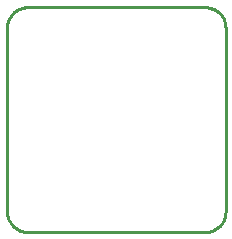
<source format=gbr>
G04 EAGLE Gerber RS-274X export*
G75*
%MOMM*%
%FSLAX34Y34*%
%LPD*%
%IN*%
%IPPOS*%
%AMOC8*
5,1,8,0,0,1.08239X$1,22.5*%
G01*
%ADD10C,0.254000*%


D10*
X0Y17071D02*
X65Y15583D01*
X259Y14107D01*
X582Y12653D01*
X1030Y11232D01*
X1599Y9857D01*
X2287Y8536D01*
X3087Y7280D01*
X3994Y6098D01*
X5000Y5000D01*
X6098Y3994D01*
X7280Y3087D01*
X8536Y2287D01*
X9857Y1599D01*
X11232Y1030D01*
X12653Y582D01*
X14107Y259D01*
X15583Y65D01*
X17071Y0D01*
X167929Y0D01*
X169417Y65D01*
X170893Y259D01*
X172347Y582D01*
X173768Y1030D01*
X175144Y1599D01*
X176464Y2287D01*
X177721Y3087D01*
X178902Y3994D01*
X180000Y5000D01*
X181006Y6098D01*
X181913Y7280D01*
X182713Y8536D01*
X183401Y9857D01*
X183971Y11232D01*
X184418Y12653D01*
X184741Y14107D01*
X184935Y15583D01*
X185000Y17071D01*
X185000Y172929D01*
X184935Y174417D01*
X184741Y175893D01*
X184418Y177347D01*
X183971Y178768D01*
X183401Y180144D01*
X182713Y181464D01*
X181913Y182721D01*
X181006Y183902D01*
X180000Y185000D01*
X178902Y186006D01*
X177721Y186913D01*
X176465Y187713D01*
X175144Y188401D01*
X173768Y188971D01*
X172347Y189418D01*
X170893Y189741D01*
X169417Y189935D01*
X167929Y190000D01*
X17071Y190000D01*
X15583Y189935D01*
X14107Y189741D01*
X12653Y189418D01*
X11232Y188971D01*
X9857Y188401D01*
X8536Y187713D01*
X7280Y186913D01*
X6098Y186006D01*
X5000Y185000D01*
X3994Y183902D01*
X3087Y182721D01*
X2287Y181465D01*
X1599Y180144D01*
X1030Y178768D01*
X582Y177347D01*
X259Y175893D01*
X65Y174417D01*
X0Y172929D01*
X0Y17071D01*
M02*

</source>
